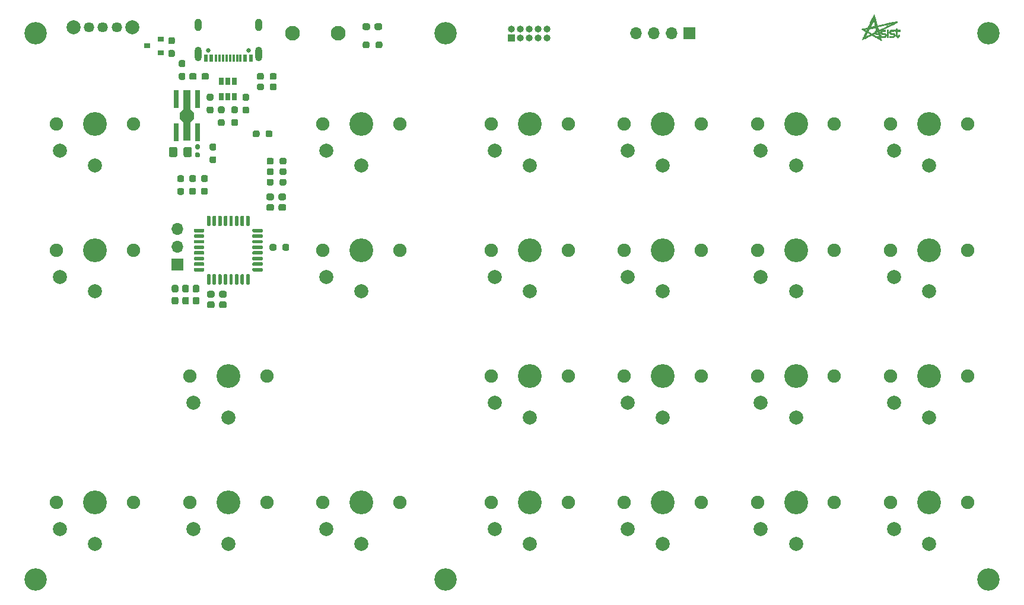
<source format=gts>
G04 #@! TF.GenerationSoftware,KiCad,Pcbnew,(5.1.10)-1*
G04 #@! TF.CreationDate,2021-08-19T21:12:26+09:00*
G04 #@! TF.ProjectId,cnc-controller,636e632d-636f-46e7-9472-6f6c6c65722e,rev?*
G04 #@! TF.SameCoordinates,Original*
G04 #@! TF.FileFunction,Soldermask,Top*
G04 #@! TF.FilePolarity,Negative*
%FSLAX46Y46*%
G04 Gerber Fmt 4.6, Leading zero omitted, Abs format (unit mm)*
G04 Created by KiCad (PCBNEW (5.1.10)-1) date 2021-08-19 21:12:26*
%MOMM*%
%LPD*%
G01*
G04 APERTURE LIST*
%ADD10C,0.010000*%
%ADD11C,3.200000*%
%ADD12C,3.400000*%
%ADD13C,2.000000*%
%ADD14C,1.900000*%
%ADD15R,0.650000X1.060000*%
%ADD16C,1.462000*%
%ADD17O,1.000000X2.100000*%
%ADD18O,1.000000X1.800000*%
%ADD19C,0.650000*%
%ADD20R,0.300000X1.140000*%
%ADD21R,0.600000X1.140000*%
%ADD22R,1.000000X1.000000*%
%ADD23O,1.000000X1.000000*%
%ADD24R,1.700000X1.700000*%
%ADD25O,1.700000X1.700000*%
%ADD26R,0.900000X0.800000*%
%ADD27C,2.100000*%
%ADD28R,0.700000X2.500000*%
%ADD29C,0.100000*%
G04 APERTURE END LIST*
D10*
G36*
X135656808Y-8347506D02*
G01*
X135673905Y-8387826D01*
X135696701Y-8461173D01*
X135726676Y-8571469D01*
X135747134Y-8650775D01*
X135776380Y-8762898D01*
X135814681Y-8905837D01*
X135858885Y-9068035D01*
X135905834Y-9237936D01*
X135952376Y-9403983D01*
X135963046Y-9441667D01*
X136007908Y-9599108D01*
X136042871Y-9719073D01*
X136069915Y-9806555D01*
X136091016Y-9866546D01*
X136108152Y-9904038D01*
X136123301Y-9924024D01*
X136138440Y-9931496D01*
X136155547Y-9931446D01*
X136156994Y-9931275D01*
X136182021Y-9927472D01*
X136221504Y-9920155D01*
X136279635Y-9908432D01*
X136360609Y-9891412D01*
X136468620Y-9868206D01*
X136607862Y-9837921D01*
X136782528Y-9799667D01*
X136954297Y-9761910D01*
X137066429Y-9737354D01*
X137206560Y-9706845D01*
X137359570Y-9673665D01*
X137510339Y-9641096D01*
X137566146Y-9629080D01*
X138293750Y-9629080D01*
X138304774Y-9640105D01*
X138315798Y-9629080D01*
X138304774Y-9618056D01*
X138293750Y-9629080D01*
X137566146Y-9629080D01*
X137948776Y-9546302D01*
X138300767Y-9469114D01*
X138634771Y-9394739D01*
X138679443Y-9384702D01*
X138785016Y-9361452D01*
X138855940Y-9347888D01*
X138900466Y-9343501D01*
X138926848Y-9347784D01*
X138943340Y-9360230D01*
X138949539Y-9368092D01*
X138976322Y-9419322D01*
X138970605Y-9462245D01*
X138928940Y-9502550D01*
X138847881Y-9545926D01*
X138839453Y-9549761D01*
X138786322Y-9574545D01*
X138699521Y-9616022D01*
X138584912Y-9671347D01*
X138448358Y-9737676D01*
X138295722Y-9812164D01*
X138132866Y-9891966D01*
X138029166Y-9942947D01*
X137855216Y-10028553D01*
X137681102Y-10114201D01*
X137514085Y-10196321D01*
X137361424Y-10271345D01*
X137230378Y-10335706D01*
X137128207Y-10385835D01*
X137092100Y-10403526D01*
X136827517Y-10533073D01*
X137053515Y-10539357D01*
X137279514Y-10545640D01*
X137279514Y-10742535D01*
X137049505Y-10742535D01*
X136946624Y-10742911D01*
X136878357Y-10745538D01*
X136835220Y-10752662D01*
X136807731Y-10766532D01*
X136786405Y-10789393D01*
X136772808Y-10808101D01*
X136726121Y-10873667D01*
X136775453Y-10940393D01*
X136800310Y-10971723D01*
X136825476Y-10991294D01*
X136861420Y-11001872D01*
X136918611Y-11006223D01*
X137007517Y-11007112D01*
X137028014Y-11007118D01*
X137231242Y-11007118D01*
X137343572Y-11158643D01*
X137394528Y-11229072D01*
X137433418Y-11286045D01*
X137454097Y-11320430D01*
X137455903Y-11325626D01*
X137442837Y-11348698D01*
X137408068Y-11396557D01*
X137358232Y-11460205D01*
X137340147Y-11482487D01*
X137224392Y-11623890D01*
X136921224Y-11624185D01*
X136618055Y-11624479D01*
X136618055Y-11448091D01*
X137122171Y-11448091D01*
X137168858Y-11382524D01*
X137215545Y-11316958D01*
X137166213Y-11250233D01*
X137141356Y-11218903D01*
X137116190Y-11199332D01*
X137080246Y-11188754D01*
X137023055Y-11184403D01*
X136934149Y-11183513D01*
X136913652Y-11183507D01*
X136710424Y-11183507D01*
X136595536Y-11028531D01*
X136480647Y-10873556D01*
X136541995Y-10785031D01*
X136581499Y-10730929D01*
X136612508Y-10693556D01*
X136621723Y-10685147D01*
X136639924Y-10655796D01*
X136640104Y-10652743D01*
X136623305Y-10647229D01*
X136582805Y-10657217D01*
X136533452Y-10676796D01*
X136490090Y-10700050D01*
X136467568Y-10721066D01*
X136467390Y-10721541D01*
X136442108Y-10740038D01*
X136423293Y-10742873D01*
X136369132Y-10751252D01*
X136343284Y-10779882D01*
X136342523Y-10835912D01*
X136354950Y-10894327D01*
X136374071Y-10957415D01*
X136392145Y-10998350D01*
X136401003Y-11007118D01*
X136421032Y-11023577D01*
X136460235Y-11067640D01*
X136511726Y-11131343D01*
X136538384Y-11166028D01*
X136658619Y-11324938D01*
X136526803Y-11491370D01*
X136595940Y-11717777D01*
X136626801Y-11818512D01*
X136654949Y-11909810D01*
X136676615Y-11979472D01*
X136685763Y-12008393D01*
X136698638Y-12054937D01*
X136700930Y-12077920D01*
X136700837Y-12078022D01*
X136680304Y-12071235D01*
X136633734Y-12047970D01*
X136596007Y-12027231D01*
X136519430Y-11983770D01*
X136443779Y-11940713D01*
X136419618Y-11926925D01*
X136351627Y-11888439D01*
X136271968Y-11843839D01*
X136243229Y-11827873D01*
X136181887Y-11793052D01*
X136135661Y-11765292D01*
X136121962Y-11756127D01*
X136080669Y-11729222D01*
X136021198Y-11695376D01*
X135957349Y-11661823D01*
X135902922Y-11635795D01*
X135895481Y-11633108D01*
X136223018Y-11633108D01*
X136247011Y-11648950D01*
X136293263Y-11675838D01*
X136348187Y-11706302D01*
X136398194Y-11732872D01*
X136429699Y-11748075D01*
X136434207Y-11749230D01*
X136433152Y-11727771D01*
X136426125Y-11685113D01*
X136414704Y-11647683D01*
X136390647Y-11629952D01*
X136340626Y-11624703D01*
X136314154Y-11624479D01*
X136256852Y-11626145D01*
X136225302Y-11630373D01*
X136223018Y-11633108D01*
X135895481Y-11633108D01*
X135871720Y-11624529D01*
X135870808Y-11624479D01*
X135841265Y-11610672D01*
X135797278Y-11576708D01*
X135789149Y-11569358D01*
X135744994Y-11533034D01*
X135713061Y-11514753D01*
X135709784Y-11514236D01*
X135682158Y-11503122D01*
X135629617Y-11474105D01*
X135569259Y-11437066D01*
X135505526Y-11397457D01*
X135457267Y-11369616D01*
X135435918Y-11359896D01*
X135410975Y-11348342D01*
X135367590Y-11320273D01*
X135364007Y-11317738D01*
X135304801Y-11275579D01*
X135151142Y-11361000D01*
X135087842Y-11395053D01*
X134998395Y-11441599D01*
X134888511Y-11497808D01*
X134763899Y-11560850D01*
X134630270Y-11627895D01*
X134493333Y-11696112D01*
X134358797Y-11762672D01*
X134232374Y-11824743D01*
X134119773Y-11879497D01*
X134026703Y-11924102D01*
X133958875Y-11955729D01*
X133921998Y-11971547D01*
X133916988Y-11972724D01*
X133924670Y-11951989D01*
X133949185Y-11896484D01*
X133988236Y-11811171D01*
X134039525Y-11701008D01*
X134100752Y-11570959D01*
X134117696Y-11535287D01*
X134405088Y-11535287D01*
X134405747Y-11535737D01*
X134430644Y-11526382D01*
X134488489Y-11500733D01*
X134572616Y-11461867D01*
X134676360Y-11412861D01*
X134782929Y-11361691D01*
X135128531Y-11194532D01*
X135481170Y-11194532D01*
X135609527Y-11277214D01*
X135675767Y-11318592D01*
X135727318Y-11348408D01*
X135753284Y-11360370D01*
X135753534Y-11360386D01*
X135780239Y-11373066D01*
X135823025Y-11402995D01*
X135824305Y-11403993D01*
X135858346Y-11424907D01*
X135902505Y-11437984D01*
X135967255Y-11444933D01*
X136063068Y-11447462D01*
X136091701Y-11447600D01*
X136210198Y-11445066D01*
X136286870Y-11436669D01*
X136323627Y-11422187D01*
X136325080Y-11420530D01*
X136333159Y-11376922D01*
X136318685Y-11299517D01*
X136315474Y-11288238D01*
X136284763Y-11183507D01*
X136093119Y-11183357D01*
X135901475Y-11183206D01*
X135802127Y-11037274D01*
X135641649Y-11115903D01*
X135481170Y-11194532D01*
X135128531Y-11194532D01*
X135141640Y-11188192D01*
X135014440Y-11114206D01*
X134946253Y-11075134D01*
X134892229Y-11045250D01*
X134865191Y-11031550D01*
X134833164Y-11013747D01*
X134785017Y-10982147D01*
X134780810Y-10979215D01*
X134733783Y-10954584D01*
X134702214Y-10953142D01*
X134700192Y-10954798D01*
X134680117Y-10984339D01*
X134647207Y-11041672D01*
X134605600Y-11118630D01*
X134559436Y-11207050D01*
X134512852Y-11298766D01*
X134469987Y-11385612D01*
X134434979Y-11459425D01*
X134411966Y-11512038D01*
X134405088Y-11535287D01*
X134117696Y-11535287D01*
X134169619Y-11425982D01*
X134192415Y-11378252D01*
X134274488Y-11205725D01*
X134338503Y-11068797D01*
X134386047Y-10963591D01*
X134418705Y-10886227D01*
X134438067Y-10832827D01*
X134445719Y-10799510D01*
X134444636Y-10792006D01*
X134780781Y-10792006D01*
X134834010Y-10832926D01*
X134876130Y-10862110D01*
X134901870Y-10874336D01*
X134925948Y-10885157D01*
X134978775Y-10913857D01*
X135051382Y-10955465D01*
X135100307Y-10984317D01*
X135180861Y-11031340D01*
X135247444Y-11068417D01*
X135290901Y-11090544D01*
X135301984Y-11094560D01*
X135328313Y-11085748D01*
X135384576Y-11061437D01*
X135461265Y-11025845D01*
X135513039Y-11000875D01*
X135574694Y-10968605D01*
X135989164Y-10968605D01*
X136010373Y-10992394D01*
X136072233Y-11005477D01*
X136115686Y-11007118D01*
X136180628Y-11005961D01*
X136211290Y-10998323D01*
X136217490Y-10977959D01*
X136210986Y-10946485D01*
X136193551Y-10893296D01*
X136168538Y-10872076D01*
X136124702Y-10879053D01*
X136073219Y-10900294D01*
X136009735Y-10936957D01*
X135989164Y-10968605D01*
X135574694Y-10968605D01*
X135602487Y-10954059D01*
X135665265Y-10914762D01*
X135695565Y-10886820D01*
X135697181Y-10879304D01*
X135705223Y-10849799D01*
X135734705Y-10796233D01*
X135763302Y-10753559D01*
X136000694Y-10753559D01*
X136011719Y-10764584D01*
X136022743Y-10753559D01*
X136011719Y-10742535D01*
X136000694Y-10753559D01*
X135763302Y-10753559D01*
X135779685Y-10729113D01*
X135790254Y-10714670D01*
X135847367Y-10641659D01*
X135892865Y-10596504D01*
X135938692Y-10569783D01*
X135996142Y-10552229D01*
X136099913Y-10527287D01*
X136007788Y-10524668D01*
X135915662Y-10522049D01*
X135888922Y-10402563D01*
X135871077Y-10331085D01*
X135853926Y-10275669D01*
X135845323Y-10255797D01*
X135828640Y-10248012D01*
X135789875Y-10248468D01*
X135724337Y-10257907D01*
X135627334Y-10277065D01*
X135494174Y-10306682D01*
X135435021Y-10320387D01*
X135308805Y-10349617D01*
X135197291Y-10374982D01*
X135107625Y-10394896D01*
X135046951Y-10407769D01*
X135022684Y-10412031D01*
X135013501Y-10395193D01*
X135018478Y-10373221D01*
X135027438Y-10343310D01*
X135018768Y-10348645D01*
X134994954Y-10385231D01*
X134958484Y-10449074D01*
X134911844Y-10536178D01*
X134886425Y-10585369D01*
X134780781Y-10792006D01*
X134444636Y-10792006D01*
X134443248Y-10782399D01*
X134437878Y-10778396D01*
X134398963Y-10760613D01*
X134339371Y-10728450D01*
X134302951Y-10707291D01*
X134219836Y-10658512D01*
X134131087Y-10607631D01*
X134104514Y-10592689D01*
X134028797Y-10548676D01*
X133988280Y-10523626D01*
X134292901Y-10523626D01*
X134322372Y-10543601D01*
X134327471Y-10544098D01*
X134357798Y-10555620D01*
X134408213Y-10584605D01*
X134430507Y-10599219D01*
X134482204Y-10632597D01*
X134517526Y-10652186D01*
X134524162Y-10654341D01*
X134540040Y-10636282D01*
X134567050Y-10590039D01*
X134586198Y-10552456D01*
X134612316Y-10492829D01*
X134625343Y-10450986D01*
X134624860Y-10439734D01*
X134598733Y-10437220D01*
X134545449Y-10444691D01*
X134477084Y-10459093D01*
X134405715Y-10477376D01*
X134343419Y-10496487D01*
X134302274Y-10513374D01*
X134292901Y-10523626D01*
X133988280Y-10523626D01*
X133955385Y-10503289D01*
X133932438Y-10488248D01*
X133859581Y-10439181D01*
X134020632Y-10402261D01*
X134109714Y-10382260D01*
X134225452Y-10356864D01*
X134351336Y-10329673D01*
X134446267Y-10309466D01*
X134549335Y-10286797D01*
X134636344Y-10265960D01*
X134698352Y-10249216D01*
X134726413Y-10238826D01*
X134726689Y-10238587D01*
X134738230Y-10217163D01*
X134766445Y-10160694D01*
X134775011Y-10143250D01*
X135117931Y-10143250D01*
X135234095Y-10113662D01*
X135278540Y-10103125D01*
X135802257Y-10103125D01*
X135810324Y-10121274D01*
X135816956Y-10117824D01*
X135819426Y-10093324D01*
X136159069Y-10093324D01*
X136161700Y-10115391D01*
X136174285Y-10170813D01*
X136194652Y-10250547D01*
X136213880Y-10321414D01*
X136275680Y-10544098D01*
X136359992Y-10544098D01*
X136404066Y-10537657D01*
X136469396Y-10517236D01*
X136560035Y-10481185D01*
X136680039Y-10427855D01*
X136833460Y-10355596D01*
X136888379Y-10329124D01*
X137069031Y-10241400D01*
X137251226Y-10152427D01*
X137430760Y-10064302D01*
X137603429Y-9979121D01*
X137765029Y-9898979D01*
X137911355Y-9825974D01*
X138038204Y-9762200D01*
X138141371Y-9709755D01*
X138216653Y-9670733D01*
X138259845Y-9647232D01*
X138268473Y-9641015D01*
X138242566Y-9645042D01*
X138182468Y-9656682D01*
X138097070Y-9674154D01*
X137995266Y-9695679D01*
X137992865Y-9696194D01*
X137661842Y-9767377D01*
X137368285Y-9830811D01*
X137106489Y-9887732D01*
X136870749Y-9939379D01*
X136827517Y-9948899D01*
X136697480Y-9977308D01*
X136564882Y-10005842D01*
X136444377Y-10031374D01*
X136350619Y-10050777D01*
X136342448Y-10052427D01*
X136260097Y-10069453D01*
X136196405Y-10083481D01*
X136162061Y-10092128D01*
X136159069Y-10093324D01*
X135819426Y-10093324D01*
X135819595Y-10091658D01*
X135816956Y-10088426D01*
X135803848Y-10091453D01*
X135802257Y-10103125D01*
X135278540Y-10103125D01*
X135312428Y-10095091D01*
X135414461Y-10072759D01*
X135520538Y-10050942D01*
X135540340Y-10047050D01*
X135629032Y-10028596D01*
X135702162Y-10011206D01*
X135748074Y-9997737D01*
X135756054Y-9994184D01*
X135762978Y-9973835D01*
X135759049Y-9925223D01*
X135743587Y-9844516D01*
X135715915Y-9727885D01*
X135693260Y-9639418D01*
X135604833Y-9300496D01*
X135656395Y-9211229D01*
X135685116Y-9151854D01*
X135698184Y-9104831D01*
X135697359Y-9092035D01*
X135693257Y-9086332D01*
X135685944Y-9089252D01*
X135673484Y-9104229D01*
X135653944Y-9134696D01*
X135625388Y-9184086D01*
X135585881Y-9255833D01*
X135533489Y-9353371D01*
X135466278Y-9480131D01*
X135382311Y-9639548D01*
X135293329Y-9808995D01*
X135117931Y-10143250D01*
X134775011Y-10143250D01*
X134809043Y-10073947D01*
X134863734Y-9961688D01*
X134928229Y-9828685D01*
X135000237Y-9679704D01*
X135077470Y-9519512D01*
X135157637Y-9352875D01*
X135238448Y-9184561D01*
X135317613Y-9019336D01*
X135392843Y-8861967D01*
X135461848Y-8717221D01*
X135522338Y-8589863D01*
X135572023Y-8484663D01*
X135608613Y-8406385D01*
X135629818Y-8359796D01*
X135633798Y-8350261D01*
X135643932Y-8336292D01*
X135656808Y-8347506D01*
G37*
X135656808Y-8347506D02*
X135673905Y-8387826D01*
X135696701Y-8461173D01*
X135726676Y-8571469D01*
X135747134Y-8650775D01*
X135776380Y-8762898D01*
X135814681Y-8905837D01*
X135858885Y-9068035D01*
X135905834Y-9237936D01*
X135952376Y-9403983D01*
X135963046Y-9441667D01*
X136007908Y-9599108D01*
X136042871Y-9719073D01*
X136069915Y-9806555D01*
X136091016Y-9866546D01*
X136108152Y-9904038D01*
X136123301Y-9924024D01*
X136138440Y-9931496D01*
X136155547Y-9931446D01*
X136156994Y-9931275D01*
X136182021Y-9927472D01*
X136221504Y-9920155D01*
X136279635Y-9908432D01*
X136360609Y-9891412D01*
X136468620Y-9868206D01*
X136607862Y-9837921D01*
X136782528Y-9799667D01*
X136954297Y-9761910D01*
X137066429Y-9737354D01*
X137206560Y-9706845D01*
X137359570Y-9673665D01*
X137510339Y-9641096D01*
X137566146Y-9629080D01*
X138293750Y-9629080D01*
X138304774Y-9640105D01*
X138315798Y-9629080D01*
X138304774Y-9618056D01*
X138293750Y-9629080D01*
X137566146Y-9629080D01*
X137948776Y-9546302D01*
X138300767Y-9469114D01*
X138634771Y-9394739D01*
X138679443Y-9384702D01*
X138785016Y-9361452D01*
X138855940Y-9347888D01*
X138900466Y-9343501D01*
X138926848Y-9347784D01*
X138943340Y-9360230D01*
X138949539Y-9368092D01*
X138976322Y-9419322D01*
X138970605Y-9462245D01*
X138928940Y-9502550D01*
X138847881Y-9545926D01*
X138839453Y-9549761D01*
X138786322Y-9574545D01*
X138699521Y-9616022D01*
X138584912Y-9671347D01*
X138448358Y-9737676D01*
X138295722Y-9812164D01*
X138132866Y-9891966D01*
X138029166Y-9942947D01*
X137855216Y-10028553D01*
X137681102Y-10114201D01*
X137514085Y-10196321D01*
X137361424Y-10271345D01*
X137230378Y-10335706D01*
X137128207Y-10385835D01*
X137092100Y-10403526D01*
X136827517Y-10533073D01*
X137053515Y-10539357D01*
X137279514Y-10545640D01*
X137279514Y-10742535D01*
X137049505Y-10742535D01*
X136946624Y-10742911D01*
X136878357Y-10745538D01*
X136835220Y-10752662D01*
X136807731Y-10766532D01*
X136786405Y-10789393D01*
X136772808Y-10808101D01*
X136726121Y-10873667D01*
X136775453Y-10940393D01*
X136800310Y-10971723D01*
X136825476Y-10991294D01*
X136861420Y-11001872D01*
X136918611Y-11006223D01*
X137007517Y-11007112D01*
X137028014Y-11007118D01*
X137231242Y-11007118D01*
X137343572Y-11158643D01*
X137394528Y-11229072D01*
X137433418Y-11286045D01*
X137454097Y-11320430D01*
X137455903Y-11325626D01*
X137442837Y-11348698D01*
X137408068Y-11396557D01*
X137358232Y-11460205D01*
X137340147Y-11482487D01*
X137224392Y-11623890D01*
X136921224Y-11624185D01*
X136618055Y-11624479D01*
X136618055Y-11448091D01*
X137122171Y-11448091D01*
X137168858Y-11382524D01*
X137215545Y-11316958D01*
X137166213Y-11250233D01*
X137141356Y-11218903D01*
X137116190Y-11199332D01*
X137080246Y-11188754D01*
X137023055Y-11184403D01*
X136934149Y-11183513D01*
X136913652Y-11183507D01*
X136710424Y-11183507D01*
X136595536Y-11028531D01*
X136480647Y-10873556D01*
X136541995Y-10785031D01*
X136581499Y-10730929D01*
X136612508Y-10693556D01*
X136621723Y-10685147D01*
X136639924Y-10655796D01*
X136640104Y-10652743D01*
X136623305Y-10647229D01*
X136582805Y-10657217D01*
X136533452Y-10676796D01*
X136490090Y-10700050D01*
X136467568Y-10721066D01*
X136467390Y-10721541D01*
X136442108Y-10740038D01*
X136423293Y-10742873D01*
X136369132Y-10751252D01*
X136343284Y-10779882D01*
X136342523Y-10835912D01*
X136354950Y-10894327D01*
X136374071Y-10957415D01*
X136392145Y-10998350D01*
X136401003Y-11007118D01*
X136421032Y-11023577D01*
X136460235Y-11067640D01*
X136511726Y-11131343D01*
X136538384Y-11166028D01*
X136658619Y-11324938D01*
X136526803Y-11491370D01*
X136595940Y-11717777D01*
X136626801Y-11818512D01*
X136654949Y-11909810D01*
X136676615Y-11979472D01*
X136685763Y-12008393D01*
X136698638Y-12054937D01*
X136700930Y-12077920D01*
X136700837Y-12078022D01*
X136680304Y-12071235D01*
X136633734Y-12047970D01*
X136596007Y-12027231D01*
X136519430Y-11983770D01*
X136443779Y-11940713D01*
X136419618Y-11926925D01*
X136351627Y-11888439D01*
X136271968Y-11843839D01*
X136243229Y-11827873D01*
X136181887Y-11793052D01*
X136135661Y-11765292D01*
X136121962Y-11756127D01*
X136080669Y-11729222D01*
X136021198Y-11695376D01*
X135957349Y-11661823D01*
X135902922Y-11635795D01*
X135895481Y-11633108D01*
X136223018Y-11633108D01*
X136247011Y-11648950D01*
X136293263Y-11675838D01*
X136348187Y-11706302D01*
X136398194Y-11732872D01*
X136429699Y-11748075D01*
X136434207Y-11749230D01*
X136433152Y-11727771D01*
X136426125Y-11685113D01*
X136414704Y-11647683D01*
X136390647Y-11629952D01*
X136340626Y-11624703D01*
X136314154Y-11624479D01*
X136256852Y-11626145D01*
X136225302Y-11630373D01*
X136223018Y-11633108D01*
X135895481Y-11633108D01*
X135871720Y-11624529D01*
X135870808Y-11624479D01*
X135841265Y-11610672D01*
X135797278Y-11576708D01*
X135789149Y-11569358D01*
X135744994Y-11533034D01*
X135713061Y-11514753D01*
X135709784Y-11514236D01*
X135682158Y-11503122D01*
X135629617Y-11474105D01*
X135569259Y-11437066D01*
X135505526Y-11397457D01*
X135457267Y-11369616D01*
X135435918Y-11359896D01*
X135410975Y-11348342D01*
X135367590Y-11320273D01*
X135364007Y-11317738D01*
X135304801Y-11275579D01*
X135151142Y-11361000D01*
X135087842Y-11395053D01*
X134998395Y-11441599D01*
X134888511Y-11497808D01*
X134763899Y-11560850D01*
X134630270Y-11627895D01*
X134493333Y-11696112D01*
X134358797Y-11762672D01*
X134232374Y-11824743D01*
X134119773Y-11879497D01*
X134026703Y-11924102D01*
X133958875Y-11955729D01*
X133921998Y-11971547D01*
X133916988Y-11972724D01*
X133924670Y-11951989D01*
X133949185Y-11896484D01*
X133988236Y-11811171D01*
X134039525Y-11701008D01*
X134100752Y-11570959D01*
X134117696Y-11535287D01*
X134405088Y-11535287D01*
X134405747Y-11535737D01*
X134430644Y-11526382D01*
X134488489Y-11500733D01*
X134572616Y-11461867D01*
X134676360Y-11412861D01*
X134782929Y-11361691D01*
X135128531Y-11194532D01*
X135481170Y-11194532D01*
X135609527Y-11277214D01*
X135675767Y-11318592D01*
X135727318Y-11348408D01*
X135753284Y-11360370D01*
X135753534Y-11360386D01*
X135780239Y-11373066D01*
X135823025Y-11402995D01*
X135824305Y-11403993D01*
X135858346Y-11424907D01*
X135902505Y-11437984D01*
X135967255Y-11444933D01*
X136063068Y-11447462D01*
X136091701Y-11447600D01*
X136210198Y-11445066D01*
X136286870Y-11436669D01*
X136323627Y-11422187D01*
X136325080Y-11420530D01*
X136333159Y-11376922D01*
X136318685Y-11299517D01*
X136315474Y-11288238D01*
X136284763Y-11183507D01*
X136093119Y-11183357D01*
X135901475Y-11183206D01*
X135802127Y-11037274D01*
X135641649Y-11115903D01*
X135481170Y-11194532D01*
X135128531Y-11194532D01*
X135141640Y-11188192D01*
X135014440Y-11114206D01*
X134946253Y-11075134D01*
X134892229Y-11045250D01*
X134865191Y-11031550D01*
X134833164Y-11013747D01*
X134785017Y-10982147D01*
X134780810Y-10979215D01*
X134733783Y-10954584D01*
X134702214Y-10953142D01*
X134700192Y-10954798D01*
X134680117Y-10984339D01*
X134647207Y-11041672D01*
X134605600Y-11118630D01*
X134559436Y-11207050D01*
X134512852Y-11298766D01*
X134469987Y-11385612D01*
X134434979Y-11459425D01*
X134411966Y-11512038D01*
X134405088Y-11535287D01*
X134117696Y-11535287D01*
X134169619Y-11425982D01*
X134192415Y-11378252D01*
X134274488Y-11205725D01*
X134338503Y-11068797D01*
X134386047Y-10963591D01*
X134418705Y-10886227D01*
X134438067Y-10832827D01*
X134445719Y-10799510D01*
X134444636Y-10792006D01*
X134780781Y-10792006D01*
X134834010Y-10832926D01*
X134876130Y-10862110D01*
X134901870Y-10874336D01*
X134925948Y-10885157D01*
X134978775Y-10913857D01*
X135051382Y-10955465D01*
X135100307Y-10984317D01*
X135180861Y-11031340D01*
X135247444Y-11068417D01*
X135290901Y-11090544D01*
X135301984Y-11094560D01*
X135328313Y-11085748D01*
X135384576Y-11061437D01*
X135461265Y-11025845D01*
X135513039Y-11000875D01*
X135574694Y-10968605D01*
X135989164Y-10968605D01*
X136010373Y-10992394D01*
X136072233Y-11005477D01*
X136115686Y-11007118D01*
X136180628Y-11005961D01*
X136211290Y-10998323D01*
X136217490Y-10977959D01*
X136210986Y-10946485D01*
X136193551Y-10893296D01*
X136168538Y-10872076D01*
X136124702Y-10879053D01*
X136073219Y-10900294D01*
X136009735Y-10936957D01*
X135989164Y-10968605D01*
X135574694Y-10968605D01*
X135602487Y-10954059D01*
X135665265Y-10914762D01*
X135695565Y-10886820D01*
X135697181Y-10879304D01*
X135705223Y-10849799D01*
X135734705Y-10796233D01*
X135763302Y-10753559D01*
X136000694Y-10753559D01*
X136011719Y-10764584D01*
X136022743Y-10753559D01*
X136011719Y-10742535D01*
X136000694Y-10753559D01*
X135763302Y-10753559D01*
X135779685Y-10729113D01*
X135790254Y-10714670D01*
X135847367Y-10641659D01*
X135892865Y-10596504D01*
X135938692Y-10569783D01*
X135996142Y-10552229D01*
X136099913Y-10527287D01*
X136007788Y-10524668D01*
X135915662Y-10522049D01*
X135888922Y-10402563D01*
X135871077Y-10331085D01*
X135853926Y-10275669D01*
X135845323Y-10255797D01*
X135828640Y-10248012D01*
X135789875Y-10248468D01*
X135724337Y-10257907D01*
X135627334Y-10277065D01*
X135494174Y-10306682D01*
X135435021Y-10320387D01*
X135308805Y-10349617D01*
X135197291Y-10374982D01*
X135107625Y-10394896D01*
X135046951Y-10407769D01*
X135022684Y-10412031D01*
X135013501Y-10395193D01*
X135018478Y-10373221D01*
X135027438Y-10343310D01*
X135018768Y-10348645D01*
X134994954Y-10385231D01*
X134958484Y-10449074D01*
X134911844Y-10536178D01*
X134886425Y-10585369D01*
X134780781Y-10792006D01*
X134444636Y-10792006D01*
X134443248Y-10782399D01*
X134437878Y-10778396D01*
X134398963Y-10760613D01*
X134339371Y-10728450D01*
X134302951Y-10707291D01*
X134219836Y-10658512D01*
X134131087Y-10607631D01*
X134104514Y-10592689D01*
X134028797Y-10548676D01*
X133988280Y-10523626D01*
X134292901Y-10523626D01*
X134322372Y-10543601D01*
X134327471Y-10544098D01*
X134357798Y-10555620D01*
X134408213Y-10584605D01*
X134430507Y-10599219D01*
X134482204Y-10632597D01*
X134517526Y-10652186D01*
X134524162Y-10654341D01*
X134540040Y-10636282D01*
X134567050Y-10590039D01*
X134586198Y-10552456D01*
X134612316Y-10492829D01*
X134625343Y-10450986D01*
X134624860Y-10439734D01*
X134598733Y-10437220D01*
X134545449Y-10444691D01*
X134477084Y-10459093D01*
X134405715Y-10477376D01*
X134343419Y-10496487D01*
X134302274Y-10513374D01*
X134292901Y-10523626D01*
X133988280Y-10523626D01*
X133955385Y-10503289D01*
X133932438Y-10488248D01*
X133859581Y-10439181D01*
X134020632Y-10402261D01*
X134109714Y-10382260D01*
X134225452Y-10356864D01*
X134351336Y-10329673D01*
X134446267Y-10309466D01*
X134549335Y-10286797D01*
X134636344Y-10265960D01*
X134698352Y-10249216D01*
X134726413Y-10238826D01*
X134726689Y-10238587D01*
X134738230Y-10217163D01*
X134766445Y-10160694D01*
X134775011Y-10143250D01*
X135117931Y-10143250D01*
X135234095Y-10113662D01*
X135278540Y-10103125D01*
X135802257Y-10103125D01*
X135810324Y-10121274D01*
X135816956Y-10117824D01*
X135819426Y-10093324D01*
X136159069Y-10093324D01*
X136161700Y-10115391D01*
X136174285Y-10170813D01*
X136194652Y-10250547D01*
X136213880Y-10321414D01*
X136275680Y-10544098D01*
X136359992Y-10544098D01*
X136404066Y-10537657D01*
X136469396Y-10517236D01*
X136560035Y-10481185D01*
X136680039Y-10427855D01*
X136833460Y-10355596D01*
X136888379Y-10329124D01*
X137069031Y-10241400D01*
X137251226Y-10152427D01*
X137430760Y-10064302D01*
X137603429Y-9979121D01*
X137765029Y-9898979D01*
X137911355Y-9825974D01*
X138038204Y-9762200D01*
X138141371Y-9709755D01*
X138216653Y-9670733D01*
X138259845Y-9647232D01*
X138268473Y-9641015D01*
X138242566Y-9645042D01*
X138182468Y-9656682D01*
X138097070Y-9674154D01*
X137995266Y-9695679D01*
X137992865Y-9696194D01*
X137661842Y-9767377D01*
X137368285Y-9830811D01*
X137106489Y-9887732D01*
X136870749Y-9939379D01*
X136827517Y-9948899D01*
X136697480Y-9977308D01*
X136564882Y-10005842D01*
X136444377Y-10031374D01*
X136350619Y-10050777D01*
X136342448Y-10052427D01*
X136260097Y-10069453D01*
X136196405Y-10083481D01*
X136162061Y-10092128D01*
X136159069Y-10093324D01*
X135819426Y-10093324D01*
X135819595Y-10091658D01*
X135816956Y-10088426D01*
X135803848Y-10091453D01*
X135802257Y-10103125D01*
X135278540Y-10103125D01*
X135312428Y-10095091D01*
X135414461Y-10072759D01*
X135520538Y-10050942D01*
X135540340Y-10047050D01*
X135629032Y-10028596D01*
X135702162Y-10011206D01*
X135748074Y-9997737D01*
X135756054Y-9994184D01*
X135762978Y-9973835D01*
X135759049Y-9925223D01*
X135743587Y-9844516D01*
X135715915Y-9727885D01*
X135693260Y-9639418D01*
X135604833Y-9300496D01*
X135656395Y-9211229D01*
X135685116Y-9151854D01*
X135698184Y-9104831D01*
X135697359Y-9092035D01*
X135693257Y-9086332D01*
X135685944Y-9089252D01*
X135673484Y-9104229D01*
X135653944Y-9134696D01*
X135625388Y-9184086D01*
X135585881Y-9255833D01*
X135533489Y-9353371D01*
X135466278Y-9480131D01*
X135382311Y-9639548D01*
X135293329Y-9808995D01*
X135117931Y-10143250D01*
X134775011Y-10143250D01*
X134809043Y-10073947D01*
X134863734Y-9961688D01*
X134928229Y-9828685D01*
X135000237Y-9679704D01*
X135077470Y-9519512D01*
X135157637Y-9352875D01*
X135238448Y-9184561D01*
X135317613Y-9019336D01*
X135392843Y-8861967D01*
X135461848Y-8717221D01*
X135522338Y-8589863D01*
X135572023Y-8484663D01*
X135608613Y-8406385D01*
X135629818Y-8359796D01*
X135633798Y-8350261D01*
X135643932Y-8336292D01*
X135656808Y-8347506D01*
G36*
X138933160Y-10566146D02*
G01*
X139330035Y-10566146D01*
X139330035Y-10742535D01*
X138933160Y-10742535D01*
X138933650Y-11012631D01*
X138934673Y-11129385D01*
X138938058Y-11210932D01*
X138945020Y-11266147D01*
X138956779Y-11303905D01*
X138974553Y-11333082D01*
X138978276Y-11337848D01*
X139022413Y-11392969D01*
X139099709Y-11305855D01*
X139177006Y-11218740D01*
X139314884Y-11356618D01*
X139165417Y-11523622D01*
X139102326Y-11593361D01*
X139050878Y-11648814D01*
X139017597Y-11683030D01*
X139008618Y-11690625D01*
X138993066Y-11674250D01*
X138957024Y-11630115D01*
X138906502Y-11565705D01*
X138868005Y-11515538D01*
X138734722Y-11340451D01*
X138734722Y-10742535D01*
X138668576Y-10742535D01*
X138626163Y-10739052D01*
X138607308Y-10720179D01*
X138602535Y-10673279D01*
X138602430Y-10654341D01*
X138605042Y-10597790D01*
X138619197Y-10572650D01*
X138654373Y-10566285D01*
X138668576Y-10566146D01*
X138706391Y-10564110D01*
X138726073Y-10550765D01*
X138733543Y-10515257D01*
X138734722Y-10446733D01*
X138734722Y-10323611D01*
X138933160Y-10323611D01*
X138933160Y-10566146D01*
G37*
X138933160Y-10566146D02*
X139330035Y-10566146D01*
X139330035Y-10742535D01*
X138933160Y-10742535D01*
X138933650Y-11012631D01*
X138934673Y-11129385D01*
X138938058Y-11210932D01*
X138945020Y-11266147D01*
X138956779Y-11303905D01*
X138974553Y-11333082D01*
X138978276Y-11337848D01*
X139022413Y-11392969D01*
X139099709Y-11305855D01*
X139177006Y-11218740D01*
X139314884Y-11356618D01*
X139165417Y-11523622D01*
X139102326Y-11593361D01*
X139050878Y-11648814D01*
X139017597Y-11683030D01*
X139008618Y-11690625D01*
X138993066Y-11674250D01*
X138957024Y-11630115D01*
X138906502Y-11565705D01*
X138868005Y-11515538D01*
X138734722Y-11340451D01*
X138734722Y-10742535D01*
X138668576Y-10742535D01*
X138626163Y-10739052D01*
X138607308Y-10720179D01*
X138602535Y-10673279D01*
X138602430Y-10654341D01*
X138605042Y-10597790D01*
X138619197Y-10572650D01*
X138654373Y-10566285D01*
X138668576Y-10566146D01*
X138706391Y-10564110D01*
X138726073Y-10550765D01*
X138733543Y-10515257D01*
X138734722Y-10446733D01*
X138734722Y-10323611D01*
X138933160Y-10323611D01*
X138933160Y-10566146D01*
G36*
X137676389Y-11668577D02*
G01*
X137500000Y-11668577D01*
X137500000Y-10544098D01*
X137676389Y-10544098D01*
X137676389Y-11668577D01*
G37*
X137676389Y-11668577D02*
X137500000Y-11668577D01*
X137500000Y-10544098D01*
X137676389Y-10544098D01*
X137676389Y-11668577D01*
G36*
X138536285Y-10736393D02*
G01*
X138420529Y-10750297D01*
X138325391Y-10758906D01*
X138221331Y-10764304D01*
X138183507Y-10765085D01*
X138109171Y-10768635D01*
X138063541Y-10781507D01*
X138031402Y-10809083D01*
X138020979Y-10822581D01*
X137994460Y-10863542D01*
X137994055Y-10893091D01*
X138020209Y-10933507D01*
X138023288Y-10937643D01*
X138046667Y-10965163D01*
X138073907Y-10982825D01*
X138115211Y-10993290D01*
X138180783Y-10999220D01*
X138274010Y-11003050D01*
X138481163Y-11010006D01*
X138586765Y-11152345D01*
X138637775Y-11222689D01*
X138678263Y-11281473D01*
X138701015Y-11318146D01*
X138703007Y-11322410D01*
X138694620Y-11350870D01*
X138663109Y-11403091D01*
X138614429Y-11469683D01*
X138591408Y-11498332D01*
X138469169Y-11646528D01*
X137874826Y-11646528D01*
X137874826Y-11448091D01*
X138124542Y-11448091D01*
X138233564Y-11447522D01*
X138307706Y-11444717D01*
X138356183Y-11438028D01*
X138388207Y-11425805D01*
X138412992Y-11406402D01*
X138424709Y-11394387D01*
X138475161Y-11340684D01*
X138427051Y-11273120D01*
X138402989Y-11241513D01*
X138378644Y-11221717D01*
X138343672Y-11210969D01*
X138287731Y-11206506D01*
X138200478Y-11205565D01*
X138174176Y-11205556D01*
X137969410Y-11205556D01*
X137872509Y-11069212D01*
X137823298Y-10999453D01*
X137783084Y-10941508D01*
X137759696Y-10906670D01*
X137758309Y-10904444D01*
X137762388Y-10871097D01*
X137795474Y-10809401D01*
X137855818Y-10722606D01*
X137856957Y-10721083D01*
X137972903Y-10566146D01*
X138536285Y-10566146D01*
X138536285Y-10736393D01*
G37*
X138536285Y-10736393D02*
X138420529Y-10750297D01*
X138325391Y-10758906D01*
X138221331Y-10764304D01*
X138183507Y-10765085D01*
X138109171Y-10768635D01*
X138063541Y-10781507D01*
X138031402Y-10809083D01*
X138020979Y-10822581D01*
X137994460Y-10863542D01*
X137994055Y-10893091D01*
X138020209Y-10933507D01*
X138023288Y-10937643D01*
X138046667Y-10965163D01*
X138073907Y-10982825D01*
X138115211Y-10993290D01*
X138180783Y-10999220D01*
X138274010Y-11003050D01*
X138481163Y-11010006D01*
X138586765Y-11152345D01*
X138637775Y-11222689D01*
X138678263Y-11281473D01*
X138701015Y-11318146D01*
X138703007Y-11322410D01*
X138694620Y-11350870D01*
X138663109Y-11403091D01*
X138614429Y-11469683D01*
X138591408Y-11498332D01*
X138469169Y-11646528D01*
X137874826Y-11646528D01*
X137874826Y-11448091D01*
X138124542Y-11448091D01*
X138233564Y-11447522D01*
X138307706Y-11444717D01*
X138356183Y-11438028D01*
X138388207Y-11425805D01*
X138412992Y-11406402D01*
X138424709Y-11394387D01*
X138475161Y-11340684D01*
X138427051Y-11273120D01*
X138402989Y-11241513D01*
X138378644Y-11221717D01*
X138343672Y-11210969D01*
X138287731Y-11206506D01*
X138200478Y-11205565D01*
X138174176Y-11205556D01*
X137969410Y-11205556D01*
X137872509Y-11069212D01*
X137823298Y-10999453D01*
X137783084Y-10941508D01*
X137759696Y-10906670D01*
X137758309Y-10904444D01*
X137762388Y-10871097D01*
X137795474Y-10809401D01*
X137855818Y-10722606D01*
X137856957Y-10721083D01*
X137972903Y-10566146D01*
X138536285Y-10566146D01*
X138536285Y-10736393D01*
D11*
X74500000Y-11000000D03*
X16000000Y-11000000D03*
X152000000Y-11000000D03*
X74500000Y-89000000D03*
X152000000Y-89000000D03*
X16000000Y-89000000D03*
D12*
X24500000Y-24000000D03*
D13*
X24500000Y-29900000D03*
X19500000Y-27800000D03*
D14*
X19000000Y-24000000D03*
X30000000Y-24000000D03*
D12*
X143500000Y-42000000D03*
D13*
X143500000Y-47900000D03*
X138500000Y-45800000D03*
D14*
X138000000Y-42000000D03*
X149000000Y-42000000D03*
D12*
X105500000Y-78000000D03*
D13*
X105500000Y-83900000D03*
X100500000Y-81800000D03*
D14*
X100000000Y-78000000D03*
X111000000Y-78000000D03*
D12*
X86500000Y-42000000D03*
D13*
X86500000Y-47900000D03*
X81500000Y-45800000D03*
D14*
X81000000Y-42000000D03*
X92000000Y-42000000D03*
G36*
G01*
X40825000Y-46925000D02*
X40575000Y-46925000D01*
G75*
G02*
X40450000Y-46800000I0J125000D01*
G01*
X40450000Y-45550000D01*
G75*
G02*
X40575000Y-45425000I125000J0D01*
G01*
X40825000Y-45425000D01*
G75*
G02*
X40950000Y-45550000I0J-125000D01*
G01*
X40950000Y-46800000D01*
G75*
G02*
X40825000Y-46925000I-125000J0D01*
G01*
G37*
G36*
G01*
X41625000Y-46925000D02*
X41375000Y-46925000D01*
G75*
G02*
X41250000Y-46800000I0J125000D01*
G01*
X41250000Y-45550000D01*
G75*
G02*
X41375000Y-45425000I125000J0D01*
G01*
X41625000Y-45425000D01*
G75*
G02*
X41750000Y-45550000I0J-125000D01*
G01*
X41750000Y-46800000D01*
G75*
G02*
X41625000Y-46925000I-125000J0D01*
G01*
G37*
G36*
G01*
X42425000Y-46925000D02*
X42175000Y-46925000D01*
G75*
G02*
X42050000Y-46800000I0J125000D01*
G01*
X42050000Y-45550000D01*
G75*
G02*
X42175000Y-45425000I125000J0D01*
G01*
X42425000Y-45425000D01*
G75*
G02*
X42550000Y-45550000I0J-125000D01*
G01*
X42550000Y-46800000D01*
G75*
G02*
X42425000Y-46925000I-125000J0D01*
G01*
G37*
G36*
G01*
X43225000Y-46925000D02*
X42975000Y-46925000D01*
G75*
G02*
X42850000Y-46800000I0J125000D01*
G01*
X42850000Y-45550000D01*
G75*
G02*
X42975000Y-45425000I125000J0D01*
G01*
X43225000Y-45425000D01*
G75*
G02*
X43350000Y-45550000I0J-125000D01*
G01*
X43350000Y-46800000D01*
G75*
G02*
X43225000Y-46925000I-125000J0D01*
G01*
G37*
G36*
G01*
X44025000Y-46925000D02*
X43775000Y-46925000D01*
G75*
G02*
X43650000Y-46800000I0J125000D01*
G01*
X43650000Y-45550000D01*
G75*
G02*
X43775000Y-45425000I125000J0D01*
G01*
X44025000Y-45425000D01*
G75*
G02*
X44150000Y-45550000I0J-125000D01*
G01*
X44150000Y-46800000D01*
G75*
G02*
X44025000Y-46925000I-125000J0D01*
G01*
G37*
G36*
G01*
X44825000Y-46925000D02*
X44575000Y-46925000D01*
G75*
G02*
X44450000Y-46800000I0J125000D01*
G01*
X44450000Y-45550000D01*
G75*
G02*
X44575000Y-45425000I125000J0D01*
G01*
X44825000Y-45425000D01*
G75*
G02*
X44950000Y-45550000I0J-125000D01*
G01*
X44950000Y-46800000D01*
G75*
G02*
X44825000Y-46925000I-125000J0D01*
G01*
G37*
G36*
G01*
X45625000Y-46925000D02*
X45375000Y-46925000D01*
G75*
G02*
X45250000Y-46800000I0J125000D01*
G01*
X45250000Y-45550000D01*
G75*
G02*
X45375000Y-45425000I125000J0D01*
G01*
X45625000Y-45425000D01*
G75*
G02*
X45750000Y-45550000I0J-125000D01*
G01*
X45750000Y-46800000D01*
G75*
G02*
X45625000Y-46925000I-125000J0D01*
G01*
G37*
G36*
G01*
X46425000Y-46925000D02*
X46175000Y-46925000D01*
G75*
G02*
X46050000Y-46800000I0J125000D01*
G01*
X46050000Y-45550000D01*
G75*
G02*
X46175000Y-45425000I125000J0D01*
G01*
X46425000Y-45425000D01*
G75*
G02*
X46550000Y-45550000I0J-125000D01*
G01*
X46550000Y-46800000D01*
G75*
G02*
X46425000Y-46925000I-125000J0D01*
G01*
G37*
G36*
G01*
X48300000Y-45050000D02*
X47050000Y-45050000D01*
G75*
G02*
X46925000Y-44925000I0J125000D01*
G01*
X46925000Y-44675000D01*
G75*
G02*
X47050000Y-44550000I125000J0D01*
G01*
X48300000Y-44550000D01*
G75*
G02*
X48425000Y-44675000I0J-125000D01*
G01*
X48425000Y-44925000D01*
G75*
G02*
X48300000Y-45050000I-125000J0D01*
G01*
G37*
G36*
G01*
X48300000Y-44250000D02*
X47050000Y-44250000D01*
G75*
G02*
X46925000Y-44125000I0J125000D01*
G01*
X46925000Y-43875000D01*
G75*
G02*
X47050000Y-43750000I125000J0D01*
G01*
X48300000Y-43750000D01*
G75*
G02*
X48425000Y-43875000I0J-125000D01*
G01*
X48425000Y-44125000D01*
G75*
G02*
X48300000Y-44250000I-125000J0D01*
G01*
G37*
G36*
G01*
X48300000Y-43450000D02*
X47050000Y-43450000D01*
G75*
G02*
X46925000Y-43325000I0J125000D01*
G01*
X46925000Y-43075000D01*
G75*
G02*
X47050000Y-42950000I125000J0D01*
G01*
X48300000Y-42950000D01*
G75*
G02*
X48425000Y-43075000I0J-125000D01*
G01*
X48425000Y-43325000D01*
G75*
G02*
X48300000Y-43450000I-125000J0D01*
G01*
G37*
G36*
G01*
X48300000Y-42650000D02*
X47050000Y-42650000D01*
G75*
G02*
X46925000Y-42525000I0J125000D01*
G01*
X46925000Y-42275000D01*
G75*
G02*
X47050000Y-42150000I125000J0D01*
G01*
X48300000Y-42150000D01*
G75*
G02*
X48425000Y-42275000I0J-125000D01*
G01*
X48425000Y-42525000D01*
G75*
G02*
X48300000Y-42650000I-125000J0D01*
G01*
G37*
G36*
G01*
X48300000Y-41850000D02*
X47050000Y-41850000D01*
G75*
G02*
X46925000Y-41725000I0J125000D01*
G01*
X46925000Y-41475000D01*
G75*
G02*
X47050000Y-41350000I125000J0D01*
G01*
X48300000Y-41350000D01*
G75*
G02*
X48425000Y-41475000I0J-125000D01*
G01*
X48425000Y-41725000D01*
G75*
G02*
X48300000Y-41850000I-125000J0D01*
G01*
G37*
G36*
G01*
X48300000Y-41050000D02*
X47050000Y-41050000D01*
G75*
G02*
X46925000Y-40925000I0J125000D01*
G01*
X46925000Y-40675000D01*
G75*
G02*
X47050000Y-40550000I125000J0D01*
G01*
X48300000Y-40550000D01*
G75*
G02*
X48425000Y-40675000I0J-125000D01*
G01*
X48425000Y-40925000D01*
G75*
G02*
X48300000Y-41050000I-125000J0D01*
G01*
G37*
G36*
G01*
X48300000Y-40250000D02*
X47050000Y-40250000D01*
G75*
G02*
X46925000Y-40125000I0J125000D01*
G01*
X46925000Y-39875000D01*
G75*
G02*
X47050000Y-39750000I125000J0D01*
G01*
X48300000Y-39750000D01*
G75*
G02*
X48425000Y-39875000I0J-125000D01*
G01*
X48425000Y-40125000D01*
G75*
G02*
X48300000Y-40250000I-125000J0D01*
G01*
G37*
G36*
G01*
X48300000Y-39450000D02*
X47050000Y-39450000D01*
G75*
G02*
X46925000Y-39325000I0J125000D01*
G01*
X46925000Y-39075000D01*
G75*
G02*
X47050000Y-38950000I125000J0D01*
G01*
X48300000Y-38950000D01*
G75*
G02*
X48425000Y-39075000I0J-125000D01*
G01*
X48425000Y-39325000D01*
G75*
G02*
X48300000Y-39450000I-125000J0D01*
G01*
G37*
G36*
G01*
X46425000Y-38575000D02*
X46175000Y-38575000D01*
G75*
G02*
X46050000Y-38450000I0J125000D01*
G01*
X46050000Y-37200000D01*
G75*
G02*
X46175000Y-37075000I125000J0D01*
G01*
X46425000Y-37075000D01*
G75*
G02*
X46550000Y-37200000I0J-125000D01*
G01*
X46550000Y-38450000D01*
G75*
G02*
X46425000Y-38575000I-125000J0D01*
G01*
G37*
G36*
G01*
X45625000Y-38575000D02*
X45375000Y-38575000D01*
G75*
G02*
X45250000Y-38450000I0J125000D01*
G01*
X45250000Y-37200000D01*
G75*
G02*
X45375000Y-37075000I125000J0D01*
G01*
X45625000Y-37075000D01*
G75*
G02*
X45750000Y-37200000I0J-125000D01*
G01*
X45750000Y-38450000D01*
G75*
G02*
X45625000Y-38575000I-125000J0D01*
G01*
G37*
G36*
G01*
X44825000Y-38575000D02*
X44575000Y-38575000D01*
G75*
G02*
X44450000Y-38450000I0J125000D01*
G01*
X44450000Y-37200000D01*
G75*
G02*
X44575000Y-37075000I125000J0D01*
G01*
X44825000Y-37075000D01*
G75*
G02*
X44950000Y-37200000I0J-125000D01*
G01*
X44950000Y-38450000D01*
G75*
G02*
X44825000Y-38575000I-125000J0D01*
G01*
G37*
G36*
G01*
X44025000Y-38575000D02*
X43775000Y-38575000D01*
G75*
G02*
X43650000Y-38450000I0J125000D01*
G01*
X43650000Y-37200000D01*
G75*
G02*
X43775000Y-37075000I125000J0D01*
G01*
X44025000Y-37075000D01*
G75*
G02*
X44150000Y-37200000I0J-125000D01*
G01*
X44150000Y-38450000D01*
G75*
G02*
X44025000Y-38575000I-125000J0D01*
G01*
G37*
G36*
G01*
X43225000Y-38575000D02*
X42975000Y-38575000D01*
G75*
G02*
X42850000Y-38450000I0J125000D01*
G01*
X42850000Y-37200000D01*
G75*
G02*
X42975000Y-37075000I125000J0D01*
G01*
X43225000Y-37075000D01*
G75*
G02*
X43350000Y-37200000I0J-125000D01*
G01*
X43350000Y-38450000D01*
G75*
G02*
X43225000Y-38575000I-125000J0D01*
G01*
G37*
G36*
G01*
X42425000Y-38575000D02*
X42175000Y-38575000D01*
G75*
G02*
X42050000Y-38450000I0J125000D01*
G01*
X42050000Y-37200000D01*
G75*
G02*
X42175000Y-37075000I125000J0D01*
G01*
X42425000Y-37075000D01*
G75*
G02*
X42550000Y-37200000I0J-125000D01*
G01*
X42550000Y-38450000D01*
G75*
G02*
X42425000Y-38575000I-125000J0D01*
G01*
G37*
G36*
G01*
X41625000Y-38575000D02*
X41375000Y-38575000D01*
G75*
G02*
X41250000Y-38450000I0J125000D01*
G01*
X41250000Y-37200000D01*
G75*
G02*
X41375000Y-37075000I125000J0D01*
G01*
X41625000Y-37075000D01*
G75*
G02*
X41750000Y-37200000I0J-125000D01*
G01*
X41750000Y-38450000D01*
G75*
G02*
X41625000Y-38575000I-125000J0D01*
G01*
G37*
G36*
G01*
X40825000Y-38575000D02*
X40575000Y-38575000D01*
G75*
G02*
X40450000Y-38450000I0J125000D01*
G01*
X40450000Y-37200000D01*
G75*
G02*
X40575000Y-37075000I125000J0D01*
G01*
X40825000Y-37075000D01*
G75*
G02*
X40950000Y-37200000I0J-125000D01*
G01*
X40950000Y-38450000D01*
G75*
G02*
X40825000Y-38575000I-125000J0D01*
G01*
G37*
G36*
G01*
X39950000Y-39450000D02*
X38700000Y-39450000D01*
G75*
G02*
X38575000Y-39325000I0J125000D01*
G01*
X38575000Y-39075000D01*
G75*
G02*
X38700000Y-38950000I125000J0D01*
G01*
X39950000Y-38950000D01*
G75*
G02*
X40075000Y-39075000I0J-125000D01*
G01*
X40075000Y-39325000D01*
G75*
G02*
X39950000Y-39450000I-125000J0D01*
G01*
G37*
G36*
G01*
X39950000Y-40250000D02*
X38700000Y-40250000D01*
G75*
G02*
X38575000Y-40125000I0J125000D01*
G01*
X38575000Y-39875000D01*
G75*
G02*
X38700000Y-39750000I125000J0D01*
G01*
X39950000Y-39750000D01*
G75*
G02*
X40075000Y-39875000I0J-125000D01*
G01*
X40075000Y-40125000D01*
G75*
G02*
X39950000Y-40250000I-125000J0D01*
G01*
G37*
G36*
G01*
X39950000Y-41050000D02*
X38700000Y-41050000D01*
G75*
G02*
X38575000Y-40925000I0J125000D01*
G01*
X38575000Y-40675000D01*
G75*
G02*
X38700000Y-40550000I125000J0D01*
G01*
X39950000Y-40550000D01*
G75*
G02*
X40075000Y-40675000I0J-125000D01*
G01*
X40075000Y-40925000D01*
G75*
G02*
X39950000Y-41050000I-125000J0D01*
G01*
G37*
G36*
G01*
X39950000Y-41850000D02*
X38700000Y-41850000D01*
G75*
G02*
X38575000Y-41725000I0J125000D01*
G01*
X38575000Y-41475000D01*
G75*
G02*
X38700000Y-41350000I125000J0D01*
G01*
X39950000Y-41350000D01*
G75*
G02*
X40075000Y-41475000I0J-125000D01*
G01*
X40075000Y-41725000D01*
G75*
G02*
X39950000Y-41850000I-125000J0D01*
G01*
G37*
G36*
G01*
X39950000Y-42650000D02*
X38700000Y-42650000D01*
G75*
G02*
X38575000Y-42525000I0J125000D01*
G01*
X38575000Y-42275000D01*
G75*
G02*
X38700000Y-42150000I125000J0D01*
G01*
X39950000Y-42150000D01*
G75*
G02*
X40075000Y-42275000I0J-125000D01*
G01*
X40075000Y-42525000D01*
G75*
G02*
X39950000Y-42650000I-125000J0D01*
G01*
G37*
G36*
G01*
X39950000Y-43450000D02*
X38700000Y-43450000D01*
G75*
G02*
X38575000Y-43325000I0J125000D01*
G01*
X38575000Y-43075000D01*
G75*
G02*
X38700000Y-42950000I125000J0D01*
G01*
X39950000Y-42950000D01*
G75*
G02*
X40075000Y-43075000I0J-125000D01*
G01*
X40075000Y-43325000D01*
G75*
G02*
X39950000Y-43450000I-125000J0D01*
G01*
G37*
G36*
G01*
X39950000Y-44250000D02*
X38700000Y-44250000D01*
G75*
G02*
X38575000Y-44125000I0J125000D01*
G01*
X38575000Y-43875000D01*
G75*
G02*
X38700000Y-43750000I125000J0D01*
G01*
X39950000Y-43750000D01*
G75*
G02*
X40075000Y-43875000I0J-125000D01*
G01*
X40075000Y-44125000D01*
G75*
G02*
X39950000Y-44250000I-125000J0D01*
G01*
G37*
G36*
G01*
X39950000Y-45050000D02*
X38700000Y-45050000D01*
G75*
G02*
X38575000Y-44925000I0J125000D01*
G01*
X38575000Y-44675000D01*
G75*
G02*
X38700000Y-44550000I125000J0D01*
G01*
X39950000Y-44550000D01*
G75*
G02*
X40075000Y-44675000I0J-125000D01*
G01*
X40075000Y-44925000D01*
G75*
G02*
X39950000Y-45050000I-125000J0D01*
G01*
G37*
D15*
X43450000Y-17900000D03*
X42500000Y-17900000D03*
X44400000Y-17900000D03*
X44400000Y-20100000D03*
X43450000Y-20100000D03*
X42500000Y-20100000D03*
D12*
X24500000Y-42000000D03*
D13*
X24500000Y-47900000D03*
X19500000Y-45800000D03*
D14*
X19000000Y-42000000D03*
X30000000Y-42000000D03*
D12*
X24500000Y-78000000D03*
D13*
X24500000Y-83900000D03*
X19500000Y-81800000D03*
D14*
X19000000Y-78000000D03*
X30000000Y-78000000D03*
D12*
X43500000Y-60000000D03*
D13*
X43500000Y-65900000D03*
X38500000Y-63800000D03*
D14*
X38000000Y-60000000D03*
X49000000Y-60000000D03*
D12*
X43500000Y-78000000D03*
D13*
X43500000Y-83900000D03*
X38500000Y-81800000D03*
D14*
X38000000Y-78000000D03*
X49000000Y-78000000D03*
D12*
X62500000Y-24000000D03*
D13*
X62500000Y-29900000D03*
X57500000Y-27800000D03*
D14*
X57000000Y-24000000D03*
X68000000Y-24000000D03*
D12*
X62500000Y-42000000D03*
D13*
X62500000Y-47900000D03*
X57500000Y-45800000D03*
D14*
X57000000Y-42000000D03*
X68000000Y-42000000D03*
D12*
X62500000Y-78000000D03*
D13*
X62500000Y-83900000D03*
X57500000Y-81800000D03*
D14*
X57000000Y-78000000D03*
X68000000Y-78000000D03*
D12*
X86500000Y-24000000D03*
D13*
X86500000Y-29900000D03*
X81500000Y-27800000D03*
D14*
X81000000Y-24000000D03*
X92000000Y-24000000D03*
D12*
X86500000Y-60000000D03*
D13*
X86500000Y-65900000D03*
X81500000Y-63800000D03*
D14*
X81000000Y-60000000D03*
X92000000Y-60000000D03*
D12*
X86500000Y-78000000D03*
D13*
X86500000Y-83900000D03*
X81500000Y-81800000D03*
D14*
X81000000Y-78000000D03*
X92000000Y-78000000D03*
D12*
X105500000Y-24000000D03*
D13*
X105500000Y-29900000D03*
X100500000Y-27800000D03*
D14*
X100000000Y-24000000D03*
X111000000Y-24000000D03*
D12*
X105500000Y-42000000D03*
D13*
X105500000Y-47900000D03*
X100500000Y-45800000D03*
D14*
X100000000Y-42000000D03*
X111000000Y-42000000D03*
D12*
X105500000Y-60000000D03*
D13*
X105500000Y-65900000D03*
X100500000Y-63800000D03*
D14*
X100000000Y-60000000D03*
X111000000Y-60000000D03*
D12*
X124500000Y-24000000D03*
D13*
X124500000Y-29900000D03*
X119500000Y-27800000D03*
D14*
X119000000Y-24000000D03*
X130000000Y-24000000D03*
D12*
X124500000Y-42000000D03*
D13*
X124500000Y-47900000D03*
X119500000Y-45800000D03*
D14*
X119000000Y-42000000D03*
X130000000Y-42000000D03*
D12*
X124500000Y-60000000D03*
D13*
X124500000Y-65900000D03*
X119500000Y-63800000D03*
D14*
X119000000Y-60000000D03*
X130000000Y-60000000D03*
D12*
X124500000Y-78000000D03*
D13*
X124500000Y-83900000D03*
X119500000Y-81800000D03*
D14*
X119000000Y-78000000D03*
X130000000Y-78000000D03*
D12*
X143500000Y-24000000D03*
D13*
X143500000Y-29900000D03*
X138500000Y-27800000D03*
D14*
X138000000Y-24000000D03*
X149000000Y-24000000D03*
D12*
X143500000Y-60000000D03*
D13*
X143500000Y-65900000D03*
X138500000Y-63800000D03*
D14*
X138000000Y-60000000D03*
X149000000Y-60000000D03*
D12*
X143500000Y-78000000D03*
D13*
X143500000Y-83900000D03*
X138500000Y-81800000D03*
D14*
X138000000Y-78000000D03*
X149000000Y-78000000D03*
D16*
X27600000Y-10200000D03*
X25600000Y-10200000D03*
X23600000Y-10200000D03*
D13*
X29800000Y-10200000D03*
X21400000Y-10200000D03*
G36*
G01*
X38945000Y-26897500D02*
X39255000Y-26897500D01*
G75*
G02*
X39410000Y-27052500I0J-155000D01*
G01*
X39410000Y-27477500D01*
G75*
G02*
X39255000Y-27632500I-155000J0D01*
G01*
X38945000Y-27632500D01*
G75*
G02*
X38790000Y-27477500I0J155000D01*
G01*
X38790000Y-27052500D01*
G75*
G02*
X38945000Y-26897500I155000J0D01*
G01*
G37*
G36*
G01*
X38945000Y-28032500D02*
X39255000Y-28032500D01*
G75*
G02*
X39410000Y-28187500I0J-155000D01*
G01*
X39410000Y-28612500D01*
G75*
G02*
X39255000Y-28767500I-155000J0D01*
G01*
X38945000Y-28767500D01*
G75*
G02*
X38790000Y-28612500I0J155000D01*
G01*
X38790000Y-28187500D01*
G75*
G02*
X38945000Y-28032500I155000J0D01*
G01*
G37*
G36*
G01*
X35037500Y-28475000D02*
X35037500Y-27525000D01*
G75*
G02*
X35287500Y-27275000I250000J0D01*
G01*
X35962500Y-27275000D01*
G75*
G02*
X36212500Y-27525000I0J-250000D01*
G01*
X36212500Y-28475000D01*
G75*
G02*
X35962500Y-28725000I-250000J0D01*
G01*
X35287500Y-28725000D01*
G75*
G02*
X35037500Y-28475000I0J250000D01*
G01*
G37*
G36*
G01*
X37112500Y-28475000D02*
X37112500Y-27525000D01*
G75*
G02*
X37362500Y-27275000I250000J0D01*
G01*
X38037500Y-27275000D01*
G75*
G02*
X38287500Y-27525000I0J-250000D01*
G01*
X38287500Y-28475000D01*
G75*
G02*
X38037500Y-28725000I-250000J0D01*
G01*
X37362500Y-28725000D01*
G75*
G02*
X37112500Y-28475000I0J250000D01*
G01*
G37*
G36*
G01*
X41537500Y-49562500D02*
X41537500Y-50037500D01*
G75*
G02*
X41300000Y-50275000I-237500J0D01*
G01*
X40700000Y-50275000D01*
G75*
G02*
X40462500Y-50037500I0J237500D01*
G01*
X40462500Y-49562500D01*
G75*
G02*
X40700000Y-49325000I237500J0D01*
G01*
X41300000Y-49325000D01*
G75*
G02*
X41537500Y-49562500I0J-237500D01*
G01*
G37*
G36*
G01*
X43262500Y-49562500D02*
X43262500Y-50037500D01*
G75*
G02*
X43025000Y-50275000I-237500J0D01*
G01*
X42425000Y-50275000D01*
G75*
G02*
X42187500Y-50037500I0J237500D01*
G01*
X42187500Y-49562500D01*
G75*
G02*
X42425000Y-49325000I237500J0D01*
G01*
X43025000Y-49325000D01*
G75*
G02*
X43262500Y-49562500I0J-237500D01*
G01*
G37*
G36*
G01*
X35662500Y-46962500D02*
X36137500Y-46962500D01*
G75*
G02*
X36375000Y-47200000I0J-237500D01*
G01*
X36375000Y-47800000D01*
G75*
G02*
X36137500Y-48037500I-237500J0D01*
G01*
X35662500Y-48037500D01*
G75*
G02*
X35425000Y-47800000I0J237500D01*
G01*
X35425000Y-47200000D01*
G75*
G02*
X35662500Y-46962500I237500J0D01*
G01*
G37*
G36*
G01*
X35662500Y-48687500D02*
X36137500Y-48687500D01*
G75*
G02*
X36375000Y-48925000I0J-237500D01*
G01*
X36375000Y-49525000D01*
G75*
G02*
X36137500Y-49762500I-237500J0D01*
G01*
X35662500Y-49762500D01*
G75*
G02*
X35425000Y-49525000I0J237500D01*
G01*
X35425000Y-48925000D01*
G75*
G02*
X35662500Y-48687500I237500J0D01*
G01*
G37*
G36*
G01*
X62637500Y-10337500D02*
X62637500Y-9862500D01*
G75*
G02*
X62875000Y-9625000I237500J0D01*
G01*
X63475000Y-9625000D01*
G75*
G02*
X63712500Y-9862500I0J-237500D01*
G01*
X63712500Y-10337500D01*
G75*
G02*
X63475000Y-10575000I-237500J0D01*
G01*
X62875000Y-10575000D01*
G75*
G02*
X62637500Y-10337500I0J237500D01*
G01*
G37*
G36*
G01*
X64362500Y-10337500D02*
X64362500Y-9862500D01*
G75*
G02*
X64600000Y-9625000I237500J0D01*
G01*
X65200000Y-9625000D01*
G75*
G02*
X65437500Y-9862500I0J-237500D01*
G01*
X65437500Y-10337500D01*
G75*
G02*
X65200000Y-10575000I-237500J0D01*
G01*
X64600000Y-10575000D01*
G75*
G02*
X64362500Y-10337500I0J237500D01*
G01*
G37*
G36*
G01*
X41537500Y-48062500D02*
X41537500Y-48537500D01*
G75*
G02*
X41300000Y-48775000I-237500J0D01*
G01*
X40700000Y-48775000D01*
G75*
G02*
X40462500Y-48537500I0J237500D01*
G01*
X40462500Y-48062500D01*
G75*
G02*
X40700000Y-47825000I237500J0D01*
G01*
X41300000Y-47825000D01*
G75*
G02*
X41537500Y-48062500I0J-237500D01*
G01*
G37*
G36*
G01*
X43262500Y-48062500D02*
X43262500Y-48537500D01*
G75*
G02*
X43025000Y-48775000I-237500J0D01*
G01*
X42425000Y-48775000D01*
G75*
G02*
X42187500Y-48537500I0J237500D01*
G01*
X42187500Y-48062500D01*
G75*
G02*
X42425000Y-47825000I237500J0D01*
G01*
X43025000Y-47825000D01*
G75*
G02*
X43262500Y-48062500I0J-237500D01*
G01*
G37*
G36*
G01*
X37162500Y-48687500D02*
X37637500Y-48687500D01*
G75*
G02*
X37875000Y-48925000I0J-237500D01*
G01*
X37875000Y-49525000D01*
G75*
G02*
X37637500Y-49762500I-237500J0D01*
G01*
X37162500Y-49762500D01*
G75*
G02*
X36925000Y-49525000I0J237500D01*
G01*
X36925000Y-48925000D01*
G75*
G02*
X37162500Y-48687500I237500J0D01*
G01*
G37*
G36*
G01*
X37162500Y-46962500D02*
X37637500Y-46962500D01*
G75*
G02*
X37875000Y-47200000I0J-237500D01*
G01*
X37875000Y-47800000D01*
G75*
G02*
X37637500Y-48037500I-237500J0D01*
G01*
X37162500Y-48037500D01*
G75*
G02*
X36925000Y-47800000I0J237500D01*
G01*
X36925000Y-47200000D01*
G75*
G02*
X37162500Y-46962500I237500J0D01*
G01*
G37*
G36*
G01*
X38662500Y-46962500D02*
X39137500Y-46962500D01*
G75*
G02*
X39375000Y-47200000I0J-237500D01*
G01*
X39375000Y-47800000D01*
G75*
G02*
X39137500Y-48037500I-237500J0D01*
G01*
X38662500Y-48037500D01*
G75*
G02*
X38425000Y-47800000I0J237500D01*
G01*
X38425000Y-47200000D01*
G75*
G02*
X38662500Y-46962500I237500J0D01*
G01*
G37*
G36*
G01*
X38662500Y-48687500D02*
X39137500Y-48687500D01*
G75*
G02*
X39375000Y-48925000I0J-237500D01*
G01*
X39375000Y-49525000D01*
G75*
G02*
X39137500Y-49762500I-237500J0D01*
G01*
X38662500Y-49762500D01*
G75*
G02*
X38425000Y-49525000I0J237500D01*
G01*
X38425000Y-48925000D01*
G75*
G02*
X38662500Y-48687500I237500J0D01*
G01*
G37*
G36*
G01*
X48937500Y-34637500D02*
X48937500Y-34162500D01*
G75*
G02*
X49175000Y-33925000I237500J0D01*
G01*
X49775000Y-33925000D01*
G75*
G02*
X50012500Y-34162500I0J-237500D01*
G01*
X50012500Y-34637500D01*
G75*
G02*
X49775000Y-34875000I-237500J0D01*
G01*
X49175000Y-34875000D01*
G75*
G02*
X48937500Y-34637500I0J237500D01*
G01*
G37*
G36*
G01*
X50662500Y-34637500D02*
X50662500Y-34162500D01*
G75*
G02*
X50900000Y-33925000I237500J0D01*
G01*
X51500000Y-33925000D01*
G75*
G02*
X51737500Y-34162500I0J-237500D01*
G01*
X51737500Y-34637500D01*
G75*
G02*
X51500000Y-34875000I-237500J0D01*
G01*
X50900000Y-34875000D01*
G75*
G02*
X50662500Y-34637500I0J237500D01*
G01*
G37*
G36*
G01*
X50662500Y-36137500D02*
X50662500Y-35662500D01*
G75*
G02*
X50900000Y-35425000I237500J0D01*
G01*
X51500000Y-35425000D01*
G75*
G02*
X51737500Y-35662500I0J-237500D01*
G01*
X51737500Y-36137500D01*
G75*
G02*
X51500000Y-36375000I-237500J0D01*
G01*
X50900000Y-36375000D01*
G75*
G02*
X50662500Y-36137500I0J237500D01*
G01*
G37*
G36*
G01*
X48937500Y-36137500D02*
X48937500Y-35662500D01*
G75*
G02*
X49175000Y-35425000I237500J0D01*
G01*
X49775000Y-35425000D01*
G75*
G02*
X50012500Y-35662500I0J-237500D01*
G01*
X50012500Y-36137500D01*
G75*
G02*
X49775000Y-36375000I-237500J0D01*
G01*
X49175000Y-36375000D01*
G75*
G02*
X48937500Y-36137500I0J237500D01*
G01*
G37*
G36*
G01*
X37925000Y-17437500D02*
X37925000Y-16962500D01*
G75*
G02*
X38162500Y-16725000I237500J0D01*
G01*
X38737500Y-16725000D01*
G75*
G02*
X38975000Y-16962500I0J-237500D01*
G01*
X38975000Y-17437500D01*
G75*
G02*
X38737500Y-17675000I-237500J0D01*
G01*
X38162500Y-17675000D01*
G75*
G02*
X37925000Y-17437500I0J237500D01*
G01*
G37*
G36*
G01*
X39675000Y-17437500D02*
X39675000Y-16962500D01*
G75*
G02*
X39912500Y-16725000I237500J0D01*
G01*
X40487500Y-16725000D01*
G75*
G02*
X40725000Y-16962500I0J-237500D01*
G01*
X40725000Y-17437500D01*
G75*
G02*
X40487500Y-17675000I-237500J0D01*
G01*
X39912500Y-17675000D01*
G75*
G02*
X39675000Y-17437500I0J237500D01*
G01*
G37*
D17*
X47820000Y-14000000D03*
X39180000Y-14000000D03*
D18*
X47820000Y-9820000D03*
X39180000Y-9820000D03*
D19*
X40610000Y-13500000D03*
X46390000Y-13500000D03*
D20*
X43750000Y-14570000D03*
X44250000Y-14570000D03*
X44750000Y-14570000D03*
X45250000Y-14570000D03*
X43250000Y-14570000D03*
X42750000Y-14570000D03*
X42250000Y-14570000D03*
X41750000Y-14570000D03*
D21*
X45900000Y-14570000D03*
X46700000Y-14570000D03*
X41100000Y-14570000D03*
X40300000Y-14570000D03*
D22*
X83920000Y-11700000D03*
D23*
X83920000Y-10430000D03*
X85190000Y-11700000D03*
X85190000Y-10430000D03*
X86460000Y-11700000D03*
X86460000Y-10430000D03*
X87730000Y-11700000D03*
X87730000Y-10430000D03*
X89000000Y-11700000D03*
X89000000Y-10430000D03*
D24*
X36200000Y-44100000D03*
D25*
X36200000Y-41560000D03*
X36200000Y-39020000D03*
D24*
X109320000Y-11000000D03*
D25*
X106780000Y-11000000D03*
X104240000Y-11000000D03*
X101700000Y-11000000D03*
D26*
X33900000Y-13800000D03*
X33900000Y-11900000D03*
X31900000Y-12850000D03*
G36*
G01*
X35162500Y-11612500D02*
X35637500Y-11612500D01*
G75*
G02*
X35875000Y-11850000I0J-237500D01*
G01*
X35875000Y-12350000D01*
G75*
G02*
X35637500Y-12587500I-237500J0D01*
G01*
X35162500Y-12587500D01*
G75*
G02*
X34925000Y-12350000I0J237500D01*
G01*
X34925000Y-11850000D01*
G75*
G02*
X35162500Y-11612500I237500J0D01*
G01*
G37*
G36*
G01*
X35162500Y-13437500D02*
X35637500Y-13437500D01*
G75*
G02*
X35875000Y-13675000I0J-237500D01*
G01*
X35875000Y-14175000D01*
G75*
G02*
X35637500Y-14412500I-237500J0D01*
G01*
X35162500Y-14412500D01*
G75*
G02*
X34925000Y-14175000I0J237500D01*
G01*
X34925000Y-13675000D01*
G75*
G02*
X35162500Y-13437500I237500J0D01*
G01*
G37*
G36*
G01*
X36662500Y-16712500D02*
X37137500Y-16712500D01*
G75*
G02*
X37375000Y-16950000I0J-237500D01*
G01*
X37375000Y-17450000D01*
G75*
G02*
X37137500Y-17687500I-237500J0D01*
G01*
X36662500Y-17687500D01*
G75*
G02*
X36425000Y-17450000I0J237500D01*
G01*
X36425000Y-16950000D01*
G75*
G02*
X36662500Y-16712500I237500J0D01*
G01*
G37*
G36*
G01*
X36662500Y-14887500D02*
X37137500Y-14887500D01*
G75*
G02*
X37375000Y-15125000I0J-237500D01*
G01*
X37375000Y-15625000D01*
G75*
G02*
X37137500Y-15862500I-237500J0D01*
G01*
X36662500Y-15862500D01*
G75*
G02*
X36425000Y-15625000I0J237500D01*
G01*
X36425000Y-15125000D01*
G75*
G02*
X36662500Y-14887500I237500J0D01*
G01*
G37*
G36*
G01*
X39862500Y-33112500D02*
X40337500Y-33112500D01*
G75*
G02*
X40575000Y-33350000I0J-237500D01*
G01*
X40575000Y-33850000D01*
G75*
G02*
X40337500Y-34087500I-237500J0D01*
G01*
X39862500Y-34087500D01*
G75*
G02*
X39625000Y-33850000I0J237500D01*
G01*
X39625000Y-33350000D01*
G75*
G02*
X39862500Y-33112500I237500J0D01*
G01*
G37*
G36*
G01*
X39862500Y-31287500D02*
X40337500Y-31287500D01*
G75*
G02*
X40575000Y-31525000I0J-237500D01*
G01*
X40575000Y-32025000D01*
G75*
G02*
X40337500Y-32262500I-237500J0D01*
G01*
X39862500Y-32262500D01*
G75*
G02*
X39625000Y-32025000I0J237500D01*
G01*
X39625000Y-31525000D01*
G75*
G02*
X39862500Y-31287500I237500J0D01*
G01*
G37*
G36*
G01*
X38162500Y-31300000D02*
X38637500Y-31300000D01*
G75*
G02*
X38875000Y-31537500I0J-237500D01*
G01*
X38875000Y-32037500D01*
G75*
G02*
X38637500Y-32275000I-237500J0D01*
G01*
X38162500Y-32275000D01*
G75*
G02*
X37925000Y-32037500I0J237500D01*
G01*
X37925000Y-31537500D01*
G75*
G02*
X38162500Y-31300000I237500J0D01*
G01*
G37*
G36*
G01*
X38162500Y-33125000D02*
X38637500Y-33125000D01*
G75*
G02*
X38875000Y-33362500I0J-237500D01*
G01*
X38875000Y-33862500D01*
G75*
G02*
X38637500Y-34100000I-237500J0D01*
G01*
X38162500Y-34100000D01*
G75*
G02*
X37925000Y-33862500I0J237500D01*
G01*
X37925000Y-33362500D01*
G75*
G02*
X38162500Y-33125000I237500J0D01*
G01*
G37*
G36*
G01*
X63662500Y-12462500D02*
X63662500Y-12937500D01*
G75*
G02*
X63425000Y-13175000I-237500J0D01*
G01*
X62925000Y-13175000D01*
G75*
G02*
X62687500Y-12937500I0J237500D01*
G01*
X62687500Y-12462500D01*
G75*
G02*
X62925000Y-12225000I237500J0D01*
G01*
X63425000Y-12225000D01*
G75*
G02*
X63662500Y-12462500I0J-237500D01*
G01*
G37*
G36*
G01*
X65487500Y-12462500D02*
X65487500Y-12937500D01*
G75*
G02*
X65250000Y-13175000I-237500J0D01*
G01*
X64750000Y-13175000D01*
G75*
G02*
X64512500Y-12937500I0J237500D01*
G01*
X64512500Y-12462500D01*
G75*
G02*
X64750000Y-12225000I237500J0D01*
G01*
X65250000Y-12225000D01*
G75*
G02*
X65487500Y-12462500I0J-237500D01*
G01*
G37*
G36*
G01*
X48562500Y-16962500D02*
X48562500Y-17437500D01*
G75*
G02*
X48325000Y-17675000I-237500J0D01*
G01*
X47825000Y-17675000D01*
G75*
G02*
X47587500Y-17437500I0J237500D01*
G01*
X47587500Y-16962500D01*
G75*
G02*
X47825000Y-16725000I237500J0D01*
G01*
X48325000Y-16725000D01*
G75*
G02*
X48562500Y-16962500I0J-237500D01*
G01*
G37*
G36*
G01*
X50387500Y-16962500D02*
X50387500Y-17437500D01*
G75*
G02*
X50150000Y-17675000I-237500J0D01*
G01*
X49650000Y-17675000D01*
G75*
G02*
X49412500Y-17437500I0J237500D01*
G01*
X49412500Y-16962500D01*
G75*
G02*
X49650000Y-16725000I237500J0D01*
G01*
X50150000Y-16725000D01*
G75*
G02*
X50387500Y-16962500I0J-237500D01*
G01*
G37*
G36*
G01*
X47600000Y-18937500D02*
X47600000Y-18462500D01*
G75*
G02*
X47837500Y-18225000I237500J0D01*
G01*
X48337500Y-18225000D01*
G75*
G02*
X48575000Y-18462500I0J-237500D01*
G01*
X48575000Y-18937500D01*
G75*
G02*
X48337500Y-19175000I-237500J0D01*
G01*
X47837500Y-19175000D01*
G75*
G02*
X47600000Y-18937500I0J237500D01*
G01*
G37*
G36*
G01*
X49425000Y-18937500D02*
X49425000Y-18462500D01*
G75*
G02*
X49662500Y-18225000I237500J0D01*
G01*
X50162500Y-18225000D01*
G75*
G02*
X50400000Y-18462500I0J-237500D01*
G01*
X50400000Y-18937500D01*
G75*
G02*
X50162500Y-19175000I-237500J0D01*
G01*
X49662500Y-19175000D01*
G75*
G02*
X49425000Y-18937500I0J237500D01*
G01*
G37*
G36*
G01*
X44637500Y-24287500D02*
X44162500Y-24287500D01*
G75*
G02*
X43925000Y-24050000I0J237500D01*
G01*
X43925000Y-23550000D01*
G75*
G02*
X44162500Y-23312500I237500J0D01*
G01*
X44637500Y-23312500D01*
G75*
G02*
X44875000Y-23550000I0J-237500D01*
G01*
X44875000Y-24050000D01*
G75*
G02*
X44637500Y-24287500I-237500J0D01*
G01*
G37*
G36*
G01*
X44637500Y-22462500D02*
X44162500Y-22462500D01*
G75*
G02*
X43925000Y-22225000I0J237500D01*
G01*
X43925000Y-21725000D01*
G75*
G02*
X44162500Y-21487500I237500J0D01*
G01*
X44637500Y-21487500D01*
G75*
G02*
X44875000Y-21725000I0J-237500D01*
G01*
X44875000Y-22225000D01*
G75*
G02*
X44637500Y-22462500I-237500J0D01*
G01*
G37*
G36*
G01*
X42262500Y-21487500D02*
X42737500Y-21487500D01*
G75*
G02*
X42975000Y-21725000I0J-237500D01*
G01*
X42975000Y-22225000D01*
G75*
G02*
X42737500Y-22462500I-237500J0D01*
G01*
X42262500Y-22462500D01*
G75*
G02*
X42025000Y-22225000I0J237500D01*
G01*
X42025000Y-21725000D01*
G75*
G02*
X42262500Y-21487500I237500J0D01*
G01*
G37*
G36*
G01*
X42262500Y-23312500D02*
X42737500Y-23312500D01*
G75*
G02*
X42975000Y-23550000I0J-237500D01*
G01*
X42975000Y-24050000D01*
G75*
G02*
X42737500Y-24287500I-237500J0D01*
G01*
X42262500Y-24287500D01*
G75*
G02*
X42025000Y-24050000I0J237500D01*
G01*
X42025000Y-23550000D01*
G75*
G02*
X42262500Y-23312500I237500J0D01*
G01*
G37*
G36*
G01*
X46237500Y-20675000D02*
X45762500Y-20675000D01*
G75*
G02*
X45525000Y-20437500I0J237500D01*
G01*
X45525000Y-19937500D01*
G75*
G02*
X45762500Y-19700000I237500J0D01*
G01*
X46237500Y-19700000D01*
G75*
G02*
X46475000Y-19937500I0J-237500D01*
G01*
X46475000Y-20437500D01*
G75*
G02*
X46237500Y-20675000I-237500J0D01*
G01*
G37*
G36*
G01*
X46237500Y-22500000D02*
X45762500Y-22500000D01*
G75*
G02*
X45525000Y-22262500I0J237500D01*
G01*
X45525000Y-21762500D01*
G75*
G02*
X45762500Y-21525000I237500J0D01*
G01*
X46237500Y-21525000D01*
G75*
G02*
X46475000Y-21762500I0J-237500D01*
G01*
X46475000Y-22262500D01*
G75*
G02*
X46237500Y-22500000I-237500J0D01*
G01*
G37*
G36*
G01*
X41137500Y-20662500D02*
X40662500Y-20662500D01*
G75*
G02*
X40425000Y-20425000I0J237500D01*
G01*
X40425000Y-19925000D01*
G75*
G02*
X40662500Y-19687500I237500J0D01*
G01*
X41137500Y-19687500D01*
G75*
G02*
X41375000Y-19925000I0J-237500D01*
G01*
X41375000Y-20425000D01*
G75*
G02*
X41137500Y-20662500I-237500J0D01*
G01*
G37*
G36*
G01*
X41137500Y-22487500D02*
X40662500Y-22487500D01*
G75*
G02*
X40425000Y-22250000I0J237500D01*
G01*
X40425000Y-21750000D01*
G75*
G02*
X40662500Y-21512500I237500J0D01*
G01*
X41137500Y-21512500D01*
G75*
G02*
X41375000Y-21750000I0J-237500D01*
G01*
X41375000Y-22250000D01*
G75*
G02*
X41137500Y-22487500I-237500J0D01*
G01*
G37*
G36*
G01*
X36937500Y-34112500D02*
X36462500Y-34112500D01*
G75*
G02*
X36225000Y-33875000I0J237500D01*
G01*
X36225000Y-33375000D01*
G75*
G02*
X36462500Y-33137500I237500J0D01*
G01*
X36937500Y-33137500D01*
G75*
G02*
X37175000Y-33375000I0J-237500D01*
G01*
X37175000Y-33875000D01*
G75*
G02*
X36937500Y-34112500I-237500J0D01*
G01*
G37*
G36*
G01*
X36937500Y-32287500D02*
X36462500Y-32287500D01*
G75*
G02*
X36225000Y-32050000I0J237500D01*
G01*
X36225000Y-31550000D01*
G75*
G02*
X36462500Y-31312500I237500J0D01*
G01*
X36937500Y-31312500D01*
G75*
G02*
X37175000Y-31550000I0J-237500D01*
G01*
X37175000Y-32050000D01*
G75*
G02*
X36937500Y-32287500I-237500J0D01*
G01*
G37*
G36*
G01*
X50812500Y-29537500D02*
X50812500Y-29062500D01*
G75*
G02*
X51050000Y-28825000I237500J0D01*
G01*
X51550000Y-28825000D01*
G75*
G02*
X51787500Y-29062500I0J-237500D01*
G01*
X51787500Y-29537500D01*
G75*
G02*
X51550000Y-29775000I-237500J0D01*
G01*
X51050000Y-29775000D01*
G75*
G02*
X50812500Y-29537500I0J237500D01*
G01*
G37*
G36*
G01*
X48987500Y-29537500D02*
X48987500Y-29062500D01*
G75*
G02*
X49225000Y-28825000I237500J0D01*
G01*
X49725000Y-28825000D01*
G75*
G02*
X49962500Y-29062500I0J-237500D01*
G01*
X49962500Y-29537500D01*
G75*
G02*
X49725000Y-29775000I-237500J0D01*
G01*
X49225000Y-29775000D01*
G75*
G02*
X48987500Y-29537500I0J237500D01*
G01*
G37*
G36*
G01*
X48987500Y-31037500D02*
X48987500Y-30562500D01*
G75*
G02*
X49225000Y-30325000I237500J0D01*
G01*
X49725000Y-30325000D01*
G75*
G02*
X49962500Y-30562500I0J-237500D01*
G01*
X49962500Y-31037500D01*
G75*
G02*
X49725000Y-31275000I-237500J0D01*
G01*
X49225000Y-31275000D01*
G75*
G02*
X48987500Y-31037500I0J237500D01*
G01*
G37*
G36*
G01*
X50812500Y-31037500D02*
X50812500Y-30562500D01*
G75*
G02*
X51050000Y-30325000I237500J0D01*
G01*
X51550000Y-30325000D01*
G75*
G02*
X51787500Y-30562500I0J-237500D01*
G01*
X51787500Y-31037500D01*
G75*
G02*
X51550000Y-31275000I-237500J0D01*
G01*
X51050000Y-31275000D01*
G75*
G02*
X50812500Y-31037500I0J237500D01*
G01*
G37*
G36*
G01*
X50812500Y-32537500D02*
X50812500Y-32062500D01*
G75*
G02*
X51050000Y-31825000I237500J0D01*
G01*
X51550000Y-31825000D01*
G75*
G02*
X51787500Y-32062500I0J-237500D01*
G01*
X51787500Y-32537500D01*
G75*
G02*
X51550000Y-32775000I-237500J0D01*
G01*
X51050000Y-32775000D01*
G75*
G02*
X50812500Y-32537500I0J237500D01*
G01*
G37*
G36*
G01*
X48987500Y-32537500D02*
X48987500Y-32062500D01*
G75*
G02*
X49225000Y-31825000I237500J0D01*
G01*
X49725000Y-31825000D01*
G75*
G02*
X49962500Y-32062500I0J-237500D01*
G01*
X49962500Y-32537500D01*
G75*
G02*
X49725000Y-32775000I-237500J0D01*
G01*
X49225000Y-32775000D01*
G75*
G02*
X48987500Y-32537500I0J237500D01*
G01*
G37*
G36*
G01*
X49387500Y-41837500D02*
X49387500Y-41362500D01*
G75*
G02*
X49625000Y-41125000I237500J0D01*
G01*
X50125000Y-41125000D01*
G75*
G02*
X50362500Y-41362500I0J-237500D01*
G01*
X50362500Y-41837500D01*
G75*
G02*
X50125000Y-42075000I-237500J0D01*
G01*
X49625000Y-42075000D01*
G75*
G02*
X49387500Y-41837500I0J237500D01*
G01*
G37*
G36*
G01*
X51212500Y-41837500D02*
X51212500Y-41362500D01*
G75*
G02*
X51450000Y-41125000I237500J0D01*
G01*
X51950000Y-41125000D01*
G75*
G02*
X52187500Y-41362500I0J-237500D01*
G01*
X52187500Y-41837500D01*
G75*
G02*
X51950000Y-42075000I-237500J0D01*
G01*
X51450000Y-42075000D01*
G75*
G02*
X51212500Y-41837500I0J237500D01*
G01*
G37*
G36*
G01*
X41062500Y-26787500D02*
X41537500Y-26787500D01*
G75*
G02*
X41775000Y-27025000I0J-237500D01*
G01*
X41775000Y-27525000D01*
G75*
G02*
X41537500Y-27762500I-237500J0D01*
G01*
X41062500Y-27762500D01*
G75*
G02*
X40825000Y-27525000I0J237500D01*
G01*
X40825000Y-27025000D01*
G75*
G02*
X41062500Y-26787500I237500J0D01*
G01*
G37*
G36*
G01*
X41062500Y-28612500D02*
X41537500Y-28612500D01*
G75*
G02*
X41775000Y-28850000I0J-237500D01*
G01*
X41775000Y-29350000D01*
G75*
G02*
X41537500Y-29587500I-237500J0D01*
G01*
X41062500Y-29587500D01*
G75*
G02*
X40825000Y-29350000I0J237500D01*
G01*
X40825000Y-28850000D01*
G75*
G02*
X41062500Y-28612500I237500J0D01*
G01*
G37*
G36*
G01*
X48812500Y-25637500D02*
X48812500Y-25162500D01*
G75*
G02*
X49050000Y-24925000I237500J0D01*
G01*
X49550000Y-24925000D01*
G75*
G02*
X49787500Y-25162500I0J-237500D01*
G01*
X49787500Y-25637500D01*
G75*
G02*
X49550000Y-25875000I-237500J0D01*
G01*
X49050000Y-25875000D01*
G75*
G02*
X48812500Y-25637500I0J237500D01*
G01*
G37*
G36*
G01*
X46987500Y-25637500D02*
X46987500Y-25162500D01*
G75*
G02*
X47225000Y-24925000I237500J0D01*
G01*
X47725000Y-24925000D01*
G75*
G02*
X47962500Y-25162500I0J-237500D01*
G01*
X47962500Y-25637500D01*
G75*
G02*
X47725000Y-25875000I-237500J0D01*
G01*
X47225000Y-25875000D01*
G75*
G02*
X46987500Y-25637500I0J237500D01*
G01*
G37*
D27*
X52700000Y-11000000D03*
X59200000Y-11000000D03*
D28*
X39100000Y-25150000D03*
X36100000Y-25150000D03*
X39100000Y-20450000D03*
X36100000Y-20450000D03*
D29*
G36*
X38100000Y-23700000D02*
G01*
X38100000Y-26400000D01*
X37100000Y-26400000D01*
X37100000Y-23700000D01*
X36600000Y-23200000D01*
X36600000Y-22400000D01*
X37100000Y-21900000D01*
X37100000Y-19200000D01*
X38100000Y-19200000D01*
X38100000Y-21900000D01*
X38600000Y-22400000D01*
X38600000Y-23200000D01*
X38100000Y-23700000D01*
G37*
M02*

</source>
